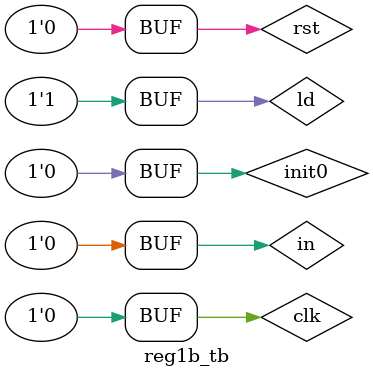
<source format=v>
`define X 1'b0 //dont care


module Reg1b(
    clk,
    rst,
    in,
    init0,
    ld,
    out
);
    input clk, rst, in, init0, ld;
    output out;

    S2 S2(
        .D0(out),
        .D1(in),
        .D2(`X), 
        .D3(`X),
        .A1(init0),
        .B1(init0),
        .A0(ld),
        .B0(ld),
        .CLR(rst),
        .CLK(clk),
        .S2_out(out)
    );


endmodule

module reg1b_tb();
    reg clk = 1'b0, ld = 1'b0, in, init0 = 1'b0, rst;
    wire out;

    Reg1b Reg1b(
        .clk(clk),
        .rst(rst), 
        .ld(ld), 
        .in(in), 
        .out(out), 
        .init0(init0)
    );

    initial
        repeat(100) begin
            clk = ~clk; #5;
        end

    initial begin
        #5;
        rst = 1'b1; #30;
        rst = 1'b0; #30;
        in = 1'b1; #30;
        ld = 1'b1; #30;
        ld = 1'b0; in = 1'b0; #30;
        ld = 1'b1; #30;

        init0 = 1'b1; #30;
        init0 = 1'b0; #30;
        in = 1'b1; #30;
        ld = 1'b1; #30;
        ld = 1'b0; in = 1'b0; #30;
        ld = 1'b1; #30;
        
    end

endmodule

</source>
